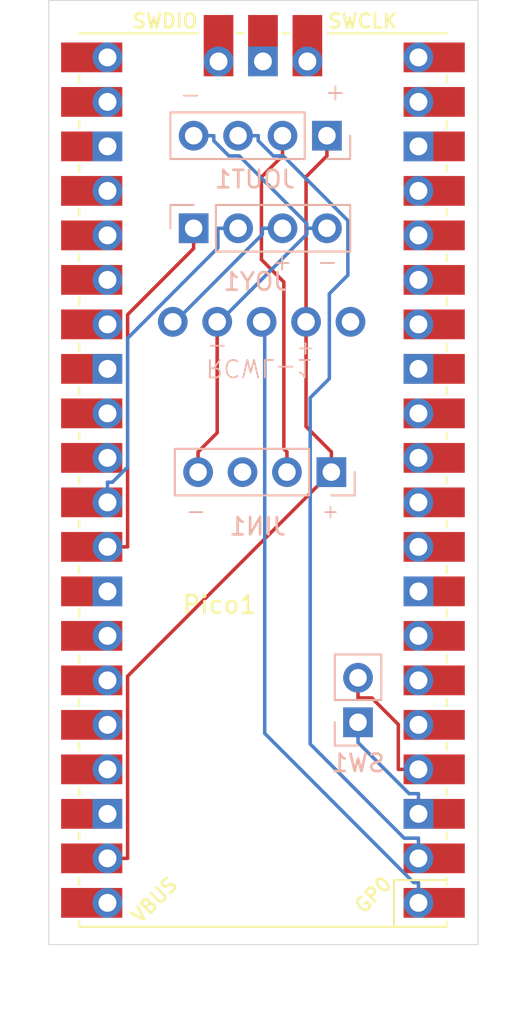
<source format=kicad_pcb>
(kicad_pcb (version 20221018) (generator pcbnew)
  (layers (0 "F.Cu" signal) (31 "B.Cu" signal) (34 "B.Paste" user) (35 "F.Paste" user) (36 "B.SilkS" user "B.Silkscreen") (37 "F.SilkS" user "F.Silkscreen") (38 "B.Mask" user) (39 "F.Mask" user) (44 "Edge.Cuts" user))
  (net 0 "")
  (net 1 "+5V")
  (net 2 "Net-(JIN1-Pin_2)")
  (net 4 "GND")
  (net 5 "Net-(JOUT1-Pin_3)")
  (net 6 "+3V3")
  (net 7 "Net-(JOY1-Pin_1)")
  (net 8 "Net-(JOY1-Pin_2)")
  (net 10 "Net-(Pico1-GPIO0)")
  (net 11 "Net-(SW1-Pin_1)")
  (net 12 "Net-(Pico1-GPIO2)")
  (footprint "MCU_RaspberryPi_and_Boards:RPi_Pico_SMD_TH" (layer "F.Cu") (at 138.9888 91.186 180)
    (fp_text reference "Pico1" (at 2.4892 -7.112) (layer "F.SilkS"))
    (fp_text value "Pico")
    (fp_text user "SWCLK" (at -5.7 26.2) (layer "F.SilkS") (effects (font (size 0.8 0.8))))
    (fp_text user "GP0" (at -6.2992 -23.6728 45) (layer "F.SilkS") (effects (font (size 0.8 0.8))))
    (fp_text user "SWDIO" (at 5.6 26.2) (layer "F.SilkS") (effects (font (size 0.8 0.8))))
    (fp_text user "VBUS" (at 6.1976 -23.9776 45) (layer "F.SilkS") (effects (font (size 0.8 0.8))))
    (fp_line (start -10.5 -25.5) (end -10.5 -25.2) (stroke (width 0.12)) (layer "F.SilkS"))
    (fp_line (start -10.5 -25.5) (end 10.5 -25.5) (stroke (width 0.12)) (layer "F.SilkS"))
    (fp_line (start -10.5 -23.1) (end -10.5 -22.7) (stroke (width 0.12)) (layer "F.SilkS"))
    (fp_line (start -10.5 -22.833) (end -7.493 -22.833) (stroke (width 0.12)) (layer "F.SilkS"))
    (fp_line (start -10.5 -20.5) (end -10.5 -20.1) (stroke (width 0.12)) (layer "F.SilkS"))
    (fp_line (start -10.5 -18) (end -10.5 -17.6) (stroke (width 0.12)) (layer "F.SilkS"))
    (fp_line (start -10.5 -15.4) (end -10.5 -15) (stroke (width 0.12)) (layer "F.SilkS"))
    (fp_line (start -10.5 -12.9) (end -10.5 -12.5) (stroke (width 0.12)) (layer "F.SilkS"))
    (fp_line (start -10.5 -10.4) (end -10.5 -10) (stroke (width 0.12)) (layer "F.SilkS"))
    (fp_line (start -10.5 -7.8) (end -10.5 -7.4) (stroke (width 0.12)) (layer "F.SilkS"))
    (fp_line (start -10.5 -5.3) (end -10.5 -4.9) (stroke (width 0.12)) (layer "F.SilkS"))
    (fp_line (start -10.5 -2.7) (end -10.5 -2.3) (stroke (width 0.12)) (layer "F.SilkS"))
    (fp_line (start -10.5 -0.2) (end -10.5 0.2) (stroke (width 0.12)) (layer "F.SilkS"))
    (fp_line (start -10.5 2.3) (end -10.5 2.7) (stroke (width 0.12)) (layer "F.SilkS"))
    (fp_line (start -10.5 4.9) (end -10.5 5.3) (stroke (width 0.12)) (layer "F.SilkS"))
    (fp_line (start -10.5 7.4) (end -10.5 7.8) (stroke (width 0.12)) (layer "F.SilkS"))
    (fp_line (start -10.5 10) (end -10.5 10.4) (stroke (width 0.12)) (layer "F.SilkS"))
    (fp_line (start -10.5 12.5) (end -10.5 12.9) (stroke (width 0.12)) (layer "F.SilkS"))
    (fp_line (start -10.5 15.1) (end -10.5 15.5) (stroke (width 0.12)) (layer "F.SilkS"))
    (fp_line (start -10.5 17.6) (end -10.5 18) (stroke (width 0.12)) (layer "F.SilkS"))
    (fp_line (start -10.5 20.1) (end -10.5 20.5) (stroke (width 0.12)) (layer "F.SilkS"))
    (fp_line (start -10.5 22.7) (end -10.5 23.1) (stroke (width 0.12)) (layer "F.SilkS"))
    (fp_line (start -7.493 -22.833) (end -7.493 -25.5) (stroke (width 0.12)) (layer "F.SilkS"))
    (fp_line (start -3.7 25.5) (end -10.5 25.5) (stroke (width 0.12)) (layer "F.SilkS"))
    (fp_line (start -1.5 25.5) (end -1.1 25.5) (stroke (width 0.12)) (layer "F.SilkS"))
    (fp_line (start 1.1 25.5) (end 1.5 25.5) (stroke (width 0.12)) (layer "F.SilkS"))
    (fp_line (start 10.5 -25.5) (end 10.5 -25.2) (stroke (width 0.12)) (layer "F.SilkS"))
    (fp_line (start 10.5 -23.1) (end 10.5 -22.7) (stroke (width 0.12)) (layer "F.SilkS"))
    (fp_line (start 10.5 -20.5) (end 10.5 -20.1) (stroke (width 0.12)) (layer "F.SilkS"))
    (fp_line (start 10.5 -18) (end 10.5 -17.6) (stroke (width 0.12)) (layer "F.SilkS"))
    (fp_line (start 10.5 -15.4) (end 10.5 -15) (stroke (width 0.12)) (layer "F.SilkS"))
    (fp_line (start 10.5 -12.9) (end 10.5 -12.5) (stroke (width 0.12)) (layer "F.SilkS"))
    (fp_line (start 10.5 -10.4) (end 10.5 -10) (stroke (width 0.12)) (layer "F.SilkS"))
    (fp_line (start 10.5 -7.8) (end 10.5 -7.4) (stroke (width 0.12)) (layer "F.SilkS"))
    (fp_line (start 10.5 -5.3) (end 10.5 -4.9) (stroke (width 0.12)) (layer "F.SilkS"))
    (fp_line (start 10.5 -2.7) (end 10.5 -2.3) (stroke (width 0.12)) (layer "F.SilkS"))
    (fp_line (start 10.5 -0.2) (end 10.5 0.2) (stroke (width 0.12)) (layer "F.SilkS"))
    (fp_line (start 10.5 2.3) (end 10.5 2.7) (stroke (width 0.12)) (layer "F.SilkS"))
    (fp_line (start 10.5 4.9) (end 10.5 5.3) (stroke (width 0.12)) (layer "F.SilkS"))
    (fp_line (start 10.5 7.4) (end 10.5 7.8) (stroke (width 0.12)) (layer "F.SilkS"))
    (fp_line (start 10.5 10) (end 10.5 10.4) (stroke (width 0.12)) (layer "F.SilkS"))
    (fp_line (start 10.5 12.5) (end 10.5 12.9) (stroke (width 0.12)) (layer "F.SilkS"))
    (fp_line (start 10.5 15.1) (end 10.5 15.5) (stroke (width 0.12)) (layer "F.SilkS"))
    (fp_line (start 10.5 17.6) (end 10.5 18) (stroke (width 0.12)) (layer "F.SilkS"))
    (fp_line (start 10.5 20.1) (end 10.5 20.5) (stroke (width 0.12)) (layer "F.SilkS"))
    (fp_line (start 10.5 22.7) (end 10.5 23.1) (stroke (width 0.12)) (layer "F.SilkS"))
    (fp_line (start 10.5 25.5) (end 3.7 25.5) (stroke (width 0.12)) (layer "F.SilkS"))
    (pad "" np_thru_hole oval (at -2.725 -24 180) (size 1.8 1.8) (drill 1.8) (layers "*.Cu" "*.Mask"))
    (pad "" np_thru_hole oval (at -2.425 -20.97 180) (size 1.5 1.5) (drill 1.5) (layers "*.Cu" "*.Mask"))
    (pad "" np_thru_hole oval (at 2.425 -20.97 180) (size 1.5 1.5) (drill 1.5) (layers "*.Cu" "*.Mask"))
    (pad "" np_thru_hole oval (at 2.725 -24 180) (size 1.8 1.8) (drill 1.8) (layers "*.Cu" "*.Mask"))
    (pad "1" thru_hole oval (at -8.89 -24.13 180) (size 1.7 1.7) (drill 1.02) (layers "*.Cu" "*.Mask") (net 10 "Net-(Pico1-GPIO0)"))
    (pad "1" smd rect (at -8.89 -24.13 180) (size 3.5 1.7) (drill (offset -0.9 0)) (layers "F.Cu" "F.Mask") (net 10 "Net-(Pico1-GPIO0)"))
    (pad "2" thru_hole oval (at -8.89 -21.59 180) (size 1.7 1.7) (drill 1.02) (layers "*.Cu" "*.Mask") (net 5 "Net-(JOUT1-Pin_3)"))
    (pad "2" smd rect (at -8.89 -21.59 180) (size 3.5 1.7) (drill (offset -0.9 0)) (layers "F.Cu" "F.Mask") (net 5 "Net-(JOUT1-Pin_3)"))
    (pad "3" thru_hole rect (at -8.89 -19.05 180) (size 1.7 1.7) (drill 1.02) (layers "*.Cu" "*.Mask") (net 11 "Net-(SW1-Pin_1)"))
    (pad "3" smd rect (at -8.89 -19.05 180) (size 3.5 1.7) (drill (offset -0.9 0)) (layers "F.Cu" "F.Mask") (net 11 "Net-(SW1-Pin_1)"))
    (pad "4" thru_hole oval (at -8.89 -16.51 180) (size 1.7 1.7) (drill 1.02) (layers "*.Cu" "*.Mask") (net 12 "Net-(Pico1-GPIO2)"))
    (pad "4" smd rect (at -8.89 -16.51 180) (size 3.5 1.7) (drill (offset -0.9 0)) (layers "F.Cu" "F.Mask") (net 12 "Net-(Pico1-GPIO2)"))
    (pad "5" thru_hole oval (at -8.89 -13.97 180) (size 1.7 1.7) (drill 1.02) (layers "*.Cu" "*.Mask"))
    (pad "5" smd rect (at -8.89 -13.97 180) (size 3.5 1.7) (drill (offset -0.9 0)) (layers "F.Cu" "F.Mask"))
    (pad "6" thru_hole oval (at -8.89 -11.43 180) (size 1.7 1.7) (drill 1.02) (layers "*.Cu" "*.Mask"))
    (pad "6" smd rect (at -8.89 -11.43 180) (size 3.5 1.7) (drill (offset -0.9 0)) (layers "F.Cu" "F.Mask"))
    (pad "7" thru_hole oval (at -8.89 -8.89 180) (size 1.7 1.7) (drill 1.02) (layers "*.Cu" "*.Mask"))
    (pad "7" smd rect (at -8.89 -8.89 180) (size 3.5 1.7) (drill (offset -0.9 0)) (layers "F.Cu" "F.Mask"))
    (pad "8" thru_hole rect (at -8.89 -6.35 180) (size 1.7 1.7) (drill 1.02) (layers "*.Cu" "*.Mask"))
    (pad "8" smd rect (at -8.89 -6.35 180) (size 3.5 1.7) (drill (offset -0.9 0)) (layers "F.Cu" "F.Mask"))
    (pad "9" thru_hole oval (at -8.89 -3.81 180) (size 1.7 1.7) (drill 1.02) (layers "*.Cu" "*.Mask"))
    (pad "9" smd rect (at -8.89 -3.81 180) (size 3.5 1.7) (drill (offset -0.9 0)) (layers "F.Cu" "F.Mask"))
    (pad "10" thru_hole oval (at -8.89 -1.27 180) (size 1.7 1.7) (drill 1.02) (layers "*.Cu" "*.Mask"))
    (pad "10" smd rect (at -8.89 -1.27 180) (size 3.5 1.7) (drill (offset -0.9 0)) (layers "F.Cu" "F.Mask"))
    (pad "11" thru_hole oval (at -8.89 1.27 180) (size 1.7 1.7) (drill 1.02) (layers "*.Cu" "*.Mask"))
    (pad "11" smd rect (at -8.89 1.27 180) (size 3.5 1.7) (drill (offset -0.9 0)) (layers "F.Cu" "F.Mask"))
    (pad "12" thru_hole oval (at -8.89 3.81 180) (size 1.7 1.7) (drill 1.02) (layers "*.Cu" "*.Mask"))
    (pad "12" smd rect (at -8.89 3.81 180) (size 3.5 1.7) (drill (offset -0.9 0)) (layers "F.Cu" "F.Mask"))
    (pad "13" thru_hole rect (at -8.89 6.35 180) (size 1.7 1.7) (drill 1.02) (layers "*.Cu" "*.Mask"))
    (pad "13" smd rect (at -8.89 6.35 180) (size 3.5 1.7) (drill (offset -0.9 0)) (layers "F.Cu" "F.Mask"))
    (pad "14" thru_hole oval (at -8.89 8.89 180) (size 1.7 1.7) (drill 1.02) (layers "*.Cu" "*.Mask"))
    (pad "14" smd rect (at -8.89 8.89 180) (size 3.5 1.7) (drill (offset -0.9 0)) (layers "F.Cu" "F.Mask"))
    (pad "15" thru_hole oval (at -8.89 11.43 180) (size 1.7 1.7) (drill 1.02) (layers "*.Cu" "*.Mask"))
    (pad "15" smd rect (at -8.89 11.43 180) (size 3.5 1.7) (drill (offset -0.9 0)) (layers "F.Cu" "F.Mask"))
    (pad "16" thru_hole oval (at -8.89 13.97 180) (size 1.7 1.7) (drill 1.02) (layers "*.Cu" "*.Mask"))
    (pad "16" smd rect (at -8.89 13.97 180) (size 3.5 1.7) (drill (offset -0.9 0)) (layers "F.Cu" "F.Mask"))
    (pad "17" thru_hole oval (at -8.89 16.51 180) (size 1.7 1.7) (drill 1.02) (layers "*.Cu" "*.Mask"))
    (pad "17" smd rect (at -8.89 16.51 180) (size 3.5 1.7) (drill (offset -0.9 0)) (layers "F.Cu" "F.Mask"))
    (pad "18" thru_hole rect (at -8.89 19.05 180) (size 1.7 1.7) (drill 1.02) (layers "*.Cu" "*.Mask"))
    (pad "18" smd rect (at -8.89 19.05 180) (size 3.5 1.7) (drill (offset -0.9 0)) (layers "F.Cu" "F.Mask"))
    (pad "19" thru_hole oval (at -8.89 21.59 180) (size 1.7 1.7) (drill 1.02) (layers "*.Cu" "*.Mask"))
    (pad "19" smd rect (at -8.89 21.59 180) (size 3.5 1.7) (drill (offset -0.9 0)) (layers "F.Cu" "F.Mask"))
    (pad "20" thru_hole oval (at -8.89 24.13 180) (size 1.7 1.7) (drill 1.02) (layers "*.Cu" "*.Mask"))
    (pad "20" smd rect (at -8.89 24.13 180) (size 3.5 1.7) (drill (offset -0.9 0)) (layers "F.Cu" "F.Mask"))
    (pad "21" thru_hole oval (at 8.89 24.13 180) (size 1.7 1.7) (drill 1.02) (layers "*.Cu" "*.Mask"))
    (pad "21" smd rect (at 8.89 24.13 180) (size 3.5 1.7) (drill (offset 0.9 0)) (layers "F.Cu" "F.Mask"))
    (pad "22" thru_hole oval (at 8.89 21.59 180) (size 1.7 1.7) (drill 1.02) (layers "*.Cu" "*.Mask"))
    (pad "22" smd rect (at 8.89 21.59 180) (size 3.5 1.7) (drill (offset 0.9 0)) (layers "F.Cu" "F.Mask"))
    (pad "23" thru_hole rect (at 8.89 19.05 180) (size 1.7 1.7) (drill 1.02) (layers "*.Cu" "*.Mask"))
    (pad "23" smd rect (at 8.89 19.05 180) (size 3.5 1.7) (drill (offset 0.9 0)) (layers "F.Cu" "F.Mask"))
    (pad "24" thru_hole oval (at 8.89 16.51 180) (size 1.7 1.7) (drill 1.02) (layers "*.Cu" "*.Mask"))
    (pad "24" smd rect (at 8.89 16.51 180) (size 3.5 1.7) (drill (offset 0.9 0)) (layers "F.Cu" "F.Mask"))
    (pad "25" thru_hole oval (at 8.89 13.97 180) (size 1.7 1.7) (drill 1.02) (layers "*.Cu" "*.Mask"))
    (pad "25" smd rect (at 8.89 13.97 180) (size 3.5 1.7) (drill (offset 0.9 0)) (layers "F.Cu" "F.Mask"))
    (pad "26" thru_hole oval (at 8.89 11.43 180) (size 1.7 1.7) (drill 1.02) (layers "*.Cu" "*.Mask"))
    (pad "26" smd rect (at 8.89 11.43 180) (size 3.5 1.7) (drill (offset 0.9 0)) (layers "F.Cu" "F.Mask"))
    (pad "27" thru_hole oval (at 8.89 8.89 180) (size 1.7 1.7) (drill 1.02) (layers "*.Cu" "*.Mask"))
    (pad "27" smd rect (at 8.89 8.89 180) (size 3.5 1.7) (drill (offset 0.9 0)) (layers "F.Cu" "F.Mask"))
    (pad "28" thru_hole rect (at 8.89 6.35 180) (size 1.7 1.7) (drill 1.02) (layers "*.Cu" "*.Mask"))
    (pad "28" smd rect (at 8.89 6.35 180) (size 3.5 1.7) (drill (offset 0.9 0)) (layers "F.Cu" "F.Mask"))
    (pad "29" thru_hole oval (at 8.89 3.81 180) (size 1.7 1.7) (drill 1.02) (layers "*.Cu" "*.Mask"))
    (pad "29" smd rect (at 8.89 3.81 180) (size 3.5 1.7) (drill (offset 0.9 0)) (layers "F.Cu" "F.Mask"))
    (pad "30" thru_hole oval (at 8.89 1.27 180) (size 1.7 1.7) (drill 1.02) (layers "*.Cu" "*.Mask"))
    (pad "30" smd rect (at 8.89 1.27 180) (size 3.5 1.7) (drill (offset 0.9 0)) (layers "F.Cu" "F.Mask"))
    (pad "31" thru_hole oval (at 8.89 -1.27 180) (size 1.7 1.7) (drill 1.02) (layers "*.Cu" "*.Mask") (net 8 "Net-(JOY1-Pin_2)"))
    (pad "31" smd rect (at 8.89 -1.27 180) (size 3.5 1.7) (drill (offset 0.9 0)) (layers "F.Cu" "F.Mask") (net 8 "Net-(JOY1-Pin_2)"))
    (pad "32" thru_hole oval (at 8.89 -3.81 180) (size 1.7 1.7) (drill 1.02) (layers "*.Cu" "*.Mask") (net 7 "Net-(JOY1-Pin_1)"))
    (pad "32" smd rect (at 8.89 -3.81 180) (size 3.5 1.7) (drill (offset 0.9 0)) (layers "F.Cu" "F.Mask") (net 7 "Net-(JOY1-Pin_1)"))
    (pad "33" thru_hole rect (at 8.89 -6.35 180) (size 1.7 1.7) (drill 1.02) (layers "*.Cu" "*.Mask"))
    (pad "33" smd rect (at 8.89 -6.35 180) (size 3.5 1.7) (drill (offset 0.9 0)) (layers "F.Cu" "F.Mask"))
    (pad "34" thru_hole oval (at 8.89 -8.89 180) (size 1.7 1.7) (drill 1.02) (layers "*.Cu" "*.Mask"))
    (pad "34" smd rect (at 8.89 -8.89 180) (size 3.5 1.7) (drill (offset 0.9 0)) (layers "F.Cu" "F.Mask"))
    (pad "35" thru_hole oval (at 8.89 -11.43 180) (size 1.7 1.7) (drill 1.02) (layers "*.Cu" "*.Mask"))
    (pad "35" smd rect (at 8.89 -11.43 180) (size 3.5 1.7) (drill (offset 0.9 0)) (layers "F.Cu" "F.Mask"))
    (pad "36" thru_hole oval (at 8.89 -13.97 180) (size 1.7 1.7) (drill 1.02) (layers "*.Cu" "*.Mask"))
    (pad "36" smd rect (at 8.89 -13.97 180) (size 3.5 1.7) (drill (offset 0.9 0)) (layers "F.Cu" "F.Mask"))
    (pad "37" thru_hole oval (at 8.89 -16.51 180) (size 1.7 1.7) (drill 1.02) (layers "*.Cu" "*.Mask"))
    (pad "37" smd rect (at 8.89 -16.51 180) (size 3.5 1.7) (drill (offset 0.9 0)) (layers "F.Cu" "F.Mask"))
    (pad "38" thru_hole rect (at 8.89 -19.05 180) (size 1.7 1.7) (drill 1.02) (layers "*.Cu" "*.Mask"))
    (pad "38" smd rect (at 8.89 -19.05 180) (size 3.5 1.7) (drill (offset 0.9 0)) (layers "F.Cu" "F.Mask"))
    (pad "39" thru_hole oval (at 8.89 -21.59 180) (size 1.7 1.7) (drill 1.02) (layers "*.Cu" "*.Mask") (net 1 "+5V"))
    (pad "39" smd rect (at 8.89 -21.59 180) (size 3.5 1.7) (drill (offset 0.9 0)) (layers "F.Cu" "F.Mask") (net 1 "+5V"))
    (pad "40" thru_hole oval (at 8.89 -24.13 180) (size 1.7 1.7) (drill 1.02) (layers "*.Cu" "*.Mask"))
    (pad "40" smd rect (at 8.89 -24.13 180) (size 3.5 1.7) (drill (offset 0.9 0)) (layers "F.Cu" "F.Mask"))
    (pad "41" thru_hole oval (at -2.54 23.9 180) (size 1.7 1.7) (drill 1.02) (layers "*.Cu" "*.Mask"))
    (pad "41" smd rect (at -2.54 23.9 270) (size 3.5 1.7) (drill (offset -0.9 0)) (layers "F.Cu" "F.Mask"))
    (pad "42" thru_hole rect (at 0 23.9 180) (size 1.7 1.7) (drill 1.02) (layers "*.Cu" "*.Mask"))
    (pad "42" smd rect (at 0 23.9 270) (size 3.5 1.7) (drill (offset -0.9 0)) (layers "F.Cu" "F.Mask"))
    (pad "43" thru_hole oval (at 2.54 23.9 180) (size 1.7 1.7) (drill 1.02) (layers "*.Cu" "*.Mask"))
    (pad "43" smd rect (at 2.54 23.9 270) (size 3.5 1.7) (drill (offset -0.9 0)) (layers "F.Cu" "F.Mask"))
  )
  (footprint "Connector_PinHeader_2.54mm:PinHeader_1x02_P2.54mm_Vertical" (layer "B.Cu") (at 144.4244 105.0086)
    (fp_text reference "SW1" (at 0 2.33) (layer "B.SilkS") (effects (justify mirror)))
    (fp_text value "Conn_01x02" hide)
    (fp_line (start -1.33 -3.87) (end 1.33 -3.87) (stroke (width 0.12)) (layer "B.SilkS"))
    (fp_line (start -1.33 -1.27) (end -1.33 -3.87) (stroke (width 0.12)) (layer "B.SilkS"))
    (fp_line (start -1.33 -1.27) (end 1.33 -1.27) (stroke (width 0.12)) (layer "B.SilkS"))
    (fp_line (start -1.33 0) (end -1.33 1.33) (stroke (width 0.12)) (layer "B.SilkS"))
    (fp_line (start -1.33 1.33) (end 0 1.33) (stroke (width 0.12)) (layer "B.SilkS"))
    (fp_line (start 1.33 -1.27) (end 1.33 -3.87) (stroke (width 0.12)) (layer "B.SilkS"))
    (pad "1" thru_hole rect (at 0 0) (size 1.7 1.7) (drill 1) (layers "*.Cu" "*.Mask") (net 11 "Net-(SW1-Pin_1)"))
    (pad "2" thru_hole oval (at 0 -2.54) (size 1.7 1.7) (drill 1) (layers "*.Cu" "*.Mask") (net 12 "Net-(Pico1-GPIO2)"))
  )
  (footprint "Connector_PinHeader_2.54mm:PinHeader_1x04_P2.54mm_Vertical" (layer "B.Cu") (at 135.0264 76.8096 -90)
    (fp_text reference "JOY1" (at 3.048 -3.5052 -180) (layer "B.SilkS") (effects (justify mirror)))
    (fp_text value "Conn_01x04")
    (fp_line (start -1.33 -8.95) (end 1.33 -8.95) (stroke (width 0.12)) (layer "B.SilkS"))
    (fp_line (start -1.33 -1.27) (end -1.33 -8.95) (stroke (width 0.12)) (layer "B.SilkS"))
    (fp_line (start -1.33 -1.27) (end 1.33 -1.27) (stroke (width 0.12)) (layer "B.SilkS"))
    (fp_line (start -1.33 0) (end -1.33 1.33) (stroke (width 0.12)) (layer "B.SilkS"))
    (fp_line (start -1.33 1.33) (end 0 1.33) (stroke (width 0.12)) (layer "B.SilkS"))
    (fp_line (start 1.33 -1.27) (end 1.33 -8.95) (stroke (width 0.12)) (layer "B.SilkS"))
    (pad "1" thru_hole rect (at 0 0 270) (size 1.7 1.7) (drill 1) (layers "*.Cu" "*.Mask") (net 7 "Net-(JOY1-Pin_1)"))
    (pad "2" thru_hole oval (at 0 -2.54 270) (size 1.7 1.7) (drill 1) (layers "*.Cu" "*.Mask") (net 8 "Net-(JOY1-Pin_2)"))
    (pad "3" thru_hole oval (at 0 -5.08 270) (size 1.7 1.7) (drill 1) (layers "*.Cu" "*.Mask") (net 6 "+3V3"))
    (pad "4" thru_hole oval (at 0 -7.62 270) (size 1.7 1.7) (drill 1) (layers "*.Cu" "*.Mask") (net 4 "GND"))
  )
  (footprint "MakerForgeComponents:RCWL-0516" (layer "B.Cu") (at 130.0231 79.6103)
    (fp_text reference "RCWL-1" (at 8.7625 5.1749 180 unlocked) (layer "B.SilkS") (effects (font (thickness 0.1)) (justify mirror)))
    (fp_text value "~")
    (pad "1" thru_hole circle (at 13.97 2.54) (size 1.7 1.7) (drill 1) (layers "*.Cu" "*.Mask"))
    (pad "2" thru_hole circle (at 11.43 2.54) (size 1.7 1.7) (drill 1) (layers "*.Cu" "*.Mask") (net 1 "+5V"))
    (pad "3" thru_hole circle (at 8.89 2.54) (size 1.7 1.7) (drill 1) (layers "*.Cu" "*.Mask") (net 10 "Net-(Pico1-GPIO0)"))
    (pad "4" thru_hole circle (at 6.35 2.54) (size 1.7 1.7) (drill 1) (layers "*.Cu" "*.Mask") (net 4 "GND"))
    (pad "5" thru_hole circle (at 3.81 2.54) (size 1.7 1.7) (drill 1) (layers "*.Cu" "*.Mask") (net 6 "+3V3"))
  )
  (footprint "Connector_PinHeader_2.54mm:PinHeader_1x04_P2.54mm_Vertical" (layer "B.Cu") (at 142.6464 71.5264 90)
    (fp_text reference "JOUT1" (at -2.4892 -4.1148) (layer "B.SilkS") (effects (justify mirror)))
    (fp_text value "Conn_01x04" hide)
    (fp_line (start -1.33 -8.95) (end 1.33 -8.95) (stroke (width 0.12)) (layer "B.SilkS"))
    (fp_line (start -1.33 -1.27) (end -1.33 -8.95) (stroke (width 0.12)) (layer "B.SilkS"))
    (fp_line (start -1.33 -1.27) (end 1.33 -1.27) (stroke (width 0.12)) (layer "B.SilkS"))
    (fp_line (start -1.33 0) (end -1.33 1.33) (stroke (width 0.12)) (layer "B.SilkS"))
    (fp_line (start -1.33 1.33) (end 0 1.33) (stroke (width 0.12)) (layer "B.SilkS"))
    (fp_line (start 1.33 -1.27) (end 1.33 -8.95) (stroke (width 0.12)) (layer "B.SilkS"))
    (pad "1" thru_hole rect (at 0 0 90) (size 1.7 1.7) (drill 1) (layers "*.Cu" "*.Mask") (net 1 "+5V"))
    (pad "2" thru_hole oval (at 0 -2.54 90) (size 1.7 1.7) (drill 1) (layers "*.Cu" "*.Mask") (net 2 "Net-(JIN1-Pin_2)"))
    (pad "3" thru_hole oval (at 0 -5.08 90) (size 1.7 1.7) (drill 1) (layers "*.Cu" "*.Mask") (net 5 "Net-(JOUT1-Pin_3)"))
    (pad "4" thru_hole oval (at 0 -7.62 90) (size 1.7 1.7) (drill 1) (layers "*.Cu" "*.Mask") (net 4 "GND"))
  )
  (footprint "Connector_PinHeader_2.54mm:PinHeader_1x04_P2.54mm_Vertical" (layer "B.Cu") (at 142.9004 90.7288 90)
    (fp_text reference "JIN1" (at -3.0988 -4.2164) (layer "B.SilkS") (effects (justify mirror)))
    (fp_text value "Conn_01x04")
    (fp_line (start -1.33 -8.95) (end 1.33 -8.95) (stroke (width 0.12)) (layer "B.SilkS"))
    (fp_line (start -1.33 -1.27) (end -1.33 -8.95) (stroke (width 0.12)) (layer "B.SilkS"))
    (fp_line (start -1.33 -1.27) (end 1.33 -1.27) (stroke (width 0.12)) (layer "B.SilkS"))
    (fp_line (start -1.33 0) (end -1.33 1.33) (stroke (width 0.12)) (layer "B.SilkS"))
    (fp_line (start -1.33 1.33) (end 0 1.33) (stroke (width 0.12)) (layer "B.SilkS"))
    (fp_line (start 1.33 -1.27) (end 1.33 -8.95) (stroke (width 0.12)) (layer "B.SilkS"))
    (pad "1" thru_hole rect (at 0 0 90) (size 1.7 1.7) (drill 1) (layers "*.Cu" "*.Mask") (net 1 "+5V"))
    (pad "2" thru_hole oval (at 0 -2.54 90) (size 1.7 1.7) (drill 1) (layers "*.Cu" "*.Mask") (net 2 "Net-(JIN1-Pin_2)"))
    (pad "3" thru_hole oval (at 0 -5.08 90) (size 1.7 1.7) (drill 1) (layers "*.Cu" "*.Mask"))
    (pad "4" thru_hole oval (at 0 -7.62 90) (size 1.7 1.7) (drill 1) (layers "*.Cu" "*.Mask") (net 4 "GND"))
  )
  (gr_rect (start 126.746 63.8048) (end 151.2824 117.7036) (stroke (width 0.05)) (fill none) (layer "Edge.Cuts"))
  (gr_text "+" (at 143.8148 69.596) (layer "B.SilkS") (effects (font (size 1 1) (thickness 0.1)) (justify left bottom mirror)))
  (gr_text "-" (at 143.3576 79.2988) (layer "B.SilkS") (effects (font (size 1 1) (thickness 0.1)) (justify left bottom mirror)))
  (gr_text "-" (at 135.5344 69.7484) (layer "B.SilkS") (effects (font (size 1 1) (thickness 0.1)) (justify left bottom mirror)))
  (gr_text "+" (at 140.7668 79.2988) (layer "B.SilkS") (effects (font (size 1 1) (thickness 0.1)) (justify left bottom mirror)))
  (gr_text "+" (at 141.986 84.074) (layer "B.SilkS") (effects (font (size 0.8 0.8) (thickness 0.1)) (justify left bottom mirror)))
  (gr_text "-" (at 135.8392 93.5228) (layer "B.SilkS") (effects (font (size 1 1) (thickness 0.1)) (justify left bottom mirror)))
  (gr_text "+" (at 143.4084 93.4212) (layer "B.SilkS") (effects (font (size 0.8 0.8) (thickness 0.1)) (justify left bottom mirror)))
  (gr_text "-" (at 137.0584 84.0232) (layer "B.SilkS") (effects (font (size 1 1) (thickness 0.1)) (justify left bottom mirror)))
  (segment (start 142.646 72.6783) (end 142.646 71.5264) (width 0.2) (layer "F.Cu") (net 1))
  (segment (start 142.9 90.7288) (end 142.9 90.1528) (width 0.2) (layer "F.Cu") (net 1))
  (segment (start 131.2507 102.3781) (end 142.9 90.7288) (width 0.2) (layer "F.Cu") (net 1))
  (segment (start 141.453 82.9446) (end 141.4531 82.9445) (width 0.2) (layer "F.Cu") (net 1))
  (segment (start 142.6464 71.5264) (end 142.646 71.5264) (width 0.2) (layer "F.Cu") (net 1))
  (segment (start 130.0988 112.776) (end 131.2507 112.776) (width 0.2) (layer "F.Cu") (net 1))
  (segment (start 141.453 88.1296) (end 141.453 82.9446) (width 0.2) (layer "F.Cu") (net 1))
  (segment (start 142.9 89.5769) (end 141.453 88.1296) (width 0.2) (layer "F.Cu") (net 1))
  (segment (start 141.453 82.9446) (end 141.453 73.8716) (width 0.2) (layer "F.Cu") (net 1))
  (segment (start 131.2507 112.776) (end 131.2507 102.3781) (width 0.2) (layer "F.Cu") (net 1))
  (segment (start 141.4531 82.9445) (end 141.4531 82.1503) (width 0.2) (layer "F.Cu") (net 1))
  (segment (start 142.9 90.1528) (end 142.9 89.5769) (width 0.2) (layer "F.Cu") (net 1))
  (segment (start 142.9 90.1528) (end 142.9004 90.1532) (width 0.2) (layer "F.Cu") (net 1))
  (segment (start 142.9004 90.1532) (end 142.9004 90.7288) (width 0.2) (layer "F.Cu") (net 1))
  (segment (start 141.453 73.8716) (end 142.646 72.6783) (width 0.2) (layer "F.Cu") (net 1))
  (segment (start 138.901 78.5953) (end 138.901 73.8841) (width 0.2) (layer "F.Cu") (net 2))
  (segment (start 140.36 90.7288) (end 140.36 90.1528) (width 0.2) (layer "F.Cu") (net 2))
  (segment (start 140.36 89.5769) (end 140.183 89.3996) (width 0.2) (layer "F.Cu") (net 2))
  (segment (start 140.1064 72.1019) (end 140.1064 71.5264) (width 0.2) (layer "F.Cu") (net 2))
  (segment (start 140.183 79.8778) (end 138.901 78.5953) (width 0.2) (layer "F.Cu") (net 2))
  (segment (start 140.36 90.1528) (end 140.3604 90.1532) (width 0.2) (layer "F.Cu") (net 2))
  (segment (start 140.183 89.3996) (end 140.183 79.8778) (width 0.2) (layer "F.Cu") (net 2))
  (segment (start 140.106 72.1023) (end 140.1064 72.1019) (width 0.2) (layer "F.Cu") (net 2))
  (segment (start 140.106 72.6783) (end 140.106 72.1023) (width 0.2) (layer "F.Cu") (net 2))
  (segment (start 140.106 72.1023) (end 140.106 71.5264) (width 0.2) (layer "F.Cu") (net 2))
  (segment (start 140.3604 90.1532) (end 140.3604 90.7288) (width 0.2) (layer "F.Cu") (net 2))
  (segment (start 138.901 73.8841) (end 140.106 72.6783) (width 0.2) (layer "F.Cu") (net 2))
  (segment (start 140.36 90.1528) (end 140.36 89.5769) (width 0.2) (layer "F.Cu") (net 2))
  (segment (start 136.373 85.3172) (end 136.373 82.1503) (width 0.2) (layer "F.Cu") (net 4))
  (segment (start 135.2804 90.7288) (end 135.28 90.7288) (width 0.2) (layer "F.Cu") (net 4))
  (segment (start 136.373 85.3172) (end 136.3731 85.3171) (width 0.2) (layer "F.Cu") (net 4))
  (segment (start 136.373 88.4842) (end 136.373 85.3172) (width 0.2) (layer "F.Cu") (net 4))
  (segment (start 135.28 89.5769) (end 136.373 88.4842) (width 0.2) (layer "F.Cu") (net 4))
  (segment (start 136.3731 85.3171) (end 136.3731 82.1503) (width 0.2) (layer "F.Cu") (net 4))
  (segment (start 135.28 90.7288) (end 135.28 89.5769) (width 0.2) (layer "F.Cu") (net 4))
  (segment (start 136.178 71.8145) (end 137.042 72.6783) (width 0.2) (layer "B.Cu") (net 4))
  (segment (start 135.0264 71.5264) (end 136.178 71.5264) (width 0.2) (layer "B.Cu") (net 4))
  (segment (start 136.494 82.1503) (end 141.494 77.15) (width 0.2) (layer "B.Cu") (net 4))
  (segment (start 136.3731 82.1503) (end 136.494 82.1503) (width 0.2) (layer "B.Cu") (net 4))
  (segment (start 141.494 76.5411) (end 141.494 76.8096) (width 0.2) (layer "B.Cu") (net 4))
  (segment (start 137.632 72.6783) (end 141.494 76.5411) (width 0.2) (layer "B.Cu") (net 4))
  (segment (start 142.646 76.8096) (end 141.494 76.8096) (width 0.2) (layer "B.Cu") (net 4))
  (segment (start 136.373 82.1503) (end 136.3731 82.1503) (width 0.2) (layer "B.Cu") (net 4))
  (segment (start 135.026 71.5264) (end 135.0264 71.5264) (width 0.2) (layer "B.Cu") (net 4))
  (segment (start 137.042 72.6783) (end 137.632 72.6783) (width 0.2) (layer "B.Cu") (net 4))
  (segment (start 142.646 76.8096) (end 142.6464 76.8096) (width 0.2) (layer "B.Cu") (net 4))
  (segment (start 141.494 77.15) (end 141.494 76.8096) (width 0.2) (layer "B.Cu") (net 4))
  (segment (start 136.178 71.5264) (end 136.178 71.8145) (width 0.2) (layer "B.Cu") (net 4))
  (segment (start 147.879 112.2) (end 147.8788 112.2002) (width 0.2) (layer "B.Cu") (net 5))
  (segment (start 143.843 76.3723) (end 140.149 72.6783) (width 0.2) (layer "B.Cu") (net 5))
  (segment (start 143.843 79.4866) (end 143.843 76.3723) (width 0.2) (layer "B.Cu") (net 5))
  (segment (start 137.5664 71.5264) (end 137.566 71.5264) (width 0.2) (layer "B.Cu") (net 5))
  (segment (start 142.783 80.5465) (end 143.843 79.4866) (width 0.2) (layer "B.Cu") (net 5))
  (segment (start 141.69 86.4864) (end 142.783 85.3936) (width 0.2) (layer "B.Cu") (net 5))
  (segment (start 142.783 85.3936) (end 142.783 80.5465) (width 0.2) (layer "B.Cu") (net 5))
  (segment (start 138.718 71.8145) (end 138.718 71.5264) (width 0.2) (layer "B.Cu") (net 5))
  (segment (start 147.879 111.624) (end 147.064 111.624) (width 0.2) (layer "B.Cu") (net 5))
  (segment (start 147.879 112.2) (end 147.879 111.624) (width 0.2) (layer "B.Cu") (net 5))
  (segment (start 138.718 71.5264) (end 137.5664 71.5264) (width 0.2) (layer "B.Cu") (net 5))
  (segment (start 140.149 72.6783) (end 139.582 72.6783) (width 0.2) (layer "B.Cu") (net 5))
  (segment (start 139.582 72.6783) (end 138.718 71.8145) (width 0.2) (layer "B.Cu") (net 5))
  (segment (start 147.879 112.776) (end 147.879 112.2) (width 0.2) (layer "B.Cu") (net 5))
  (segment (start 147.064 111.624) (end 141.69 106.25) (width 0.2) (layer "B.Cu") (net 5))
  (segment (start 141.69 106.25) (end 141.69 86.4864) (width 0.2) (layer "B.Cu") (net 5))
  (segment (start 147.8788 112.2002) (end 147.8788 112.776) (width 0.2) (layer "B.Cu") (net 5))
  (segment (start 138.954 77.1579) (end 133.962 82.1503) (width 0.2) (layer "B.Cu") (net 6))
  (segment (start 138.954 76.8096) (end 138.954 77.1579) (width 0.2) (layer "B.Cu") (net 6))
  (segment (start 133.962 82.1503) (end 133.8331 82.1503) (width 0.2) (layer "B.Cu") (net 6))
  (segment (start 140.106 76.8096) (end 138.954 76.8096) (width 0.2) (layer "B.Cu") (net 6))
  (segment (start 133.8331 82.1503) (end 133.833 82.1503) (width 0.2) (layer "B.Cu") (net 6))
  (segment (start 140.106 76.8096) (end 140.1064 76.8096) (width 0.2) (layer "B.Cu") (net 6))
  (segment (start 135.026 77.3855) (end 135.026 77.9615) (width 0.2) (layer "F.Cu") (net 7))
  (segment (start 135.026 77.3855) (end 135.0264 77.3851) (width 0.2) (layer "F.Cu") (net 7))
  (segment (start 131.251 81.7372) (end 131.251 94.996) (width 0.2) (layer "F.Cu") (net 7))
  (segment (start 130.099 94.996) (end 130.0988 94.996) (width 0.2) (layer "F.Cu") (net 7))
  (segment (start 135.0264 77.3851) (end 135.0264 76.8096) (width 0.2) (layer "F.Cu") (net 7))
  (segment (start 135.026 76.8096) (end 135.026 77.3855) (width 0.2) (layer "F.Cu") (net 7))
  (segment (start 135.026 77.9615) (end 131.251 81.7372) (width 0.2) (layer "F.Cu") (net 7))
  (segment (start 131.251 94.996) (end 130.099 94.996) (width 0.2) (layer "F.Cu") (net 7))
  (segment (start 130.099 91.88) (end 130.099 92.456) (width 0.2) (layer "B.Cu") (net 8))
  (segment (start 137.566 76.8096) (end 137.5664 76.8096) (width 0.2) (layer "B.Cu") (net 8))
  (segment (start 130.099 91.3041) (end 130.099 91.88) (width 0.2) (layer "B.Cu") (net 8))
  (segment (start 130.387 91.3041) (end 130.099 91.3041) (width 0.2) (layer "B.Cu") (net 8))
  (segment (start 130.099 91.88) (end 130.0988 91.8802) (width 0.2) (layer "B.Cu") (net 8))
  (segment (start 131.251 83.0905) (end 131.251 90.4403) (width 0.2) (layer "B.Cu") (net 8))
  (segment (start 130.0988 91.8802) (end 130.0988 92.456) (width 0.2) (layer "B.Cu") (net 8))
  (segment (start 136.414 76.8096) (end 136.414 77.9267) (width 0.2) (layer "B.Cu") (net 8))
  (segment (start 137.566 76.8096) (end 136.414 76.8096) (width 0.2) (layer "B.Cu") (net 8))
  (segment (start 136.414 77.9267) (end 131.251 83.0905) (width 0.2) (layer "B.Cu") (net 8))
  (segment (start 131.251 90.4403) (end 130.387 91.3041) (width 0.2) (layer "B.Cu") (net 8))
  (segment (start 147.8788 115.316) (end 147.879 115.316) (width 0.2) (layer "B.Cu") (net 10))
  (segment (start 147.61 114.164) (end 139.09 105.644) (width 0.2) (layer "B.Cu") (net 10))
  (segment (start 147.879 114.164) (end 147.61 114.164) (width 0.2) (layer "B.Cu") (net 10))
  (segment (start 138.9131 82.1503) (end 138.913 82.1503) (width 0.2) (layer "B.Cu") (net 10))
  (segment (start 139.09 82.3276) (end 138.913 82.1503) (width 0.2) (layer "B.Cu") (net 10))
  (segment (start 139.09 105.644) (end 139.09 82.3276) (width 0.2) (layer "B.Cu") (net 10))
  (segment (start 147.879 115.316) (end 147.879 114.164) (width 0.2) (layer "B.Cu") (net 10))
  (segment (start 147.879 109.66) (end 147.879 110.236) (width 0.2) (layer "B.Cu") (net 11))
  (segment (start 147.879 109.66) (end 147.8788 109.6602) (width 0.2) (layer "B.Cu") (net 11))
  (segment (start 144.424 105.009) (end 144.424 106.16) (width 0.2) (layer "B.Cu") (net 11))
  (segment (start 147.879 109.084) (end 147.879 109.66) (width 0.2) (layer "B.Cu") (net 11))
  (segment (start 144.424 106.16) (end 147.348 109.084) (width 0.2) (layer "B.Cu") (net 11))
  (segment (start 147.348 109.084) (end 147.879 109.084) (width 0.2) (layer "B.Cu") (net 11))
  (segment (start 144.4244 105.0086) (end 144.424 105.009) (width 0.2) (layer "B.Cu") (net 11))
  (segment (start 147.8788 109.6602) (end 147.8788 110.236) (width 0.2) (layer "B.Cu") (net 11))
  (segment (start 144.424 103.62) (end 145.216 103.62) (width 0.2) (layer "F.Cu") (net 12))
  (segment (start 146.727 105.131) (end 146.727 107.696) (width 0.2) (layer "F.Cu") (net 12))
  (segment (start 147.879 107.696) (end 147.8788 107.696) (width 0.2) (layer "F.Cu") (net 12))
  (segment (start 144.424 103.0445) (end 144.424 103.62) (width 0.2) (layer "F.Cu") (net 12))
  (segment (start 146.727 107.696) (end 147.8788 107.696) (width 0.2) (layer "F.Cu") (net 12))
  (segment (start 144.424 102.469) (end 144.424 103.0445) (width 0.2) (layer "F.Cu") (net 12))
  (segment (start 145.216 103.62) (end 146.727 105.131) (width 0.2) (layer "F.Cu") (net 12))
  (segment (start 144.424 103.0445) (end 144.4244 103.0441) (width 0.2) (layer "F.Cu") (net 12))
  (segment (start 144.4244 103.0441) (end 144.4244 102.4686) (width 0.2) (layer "F.Cu") (net 12))
)
</source>
